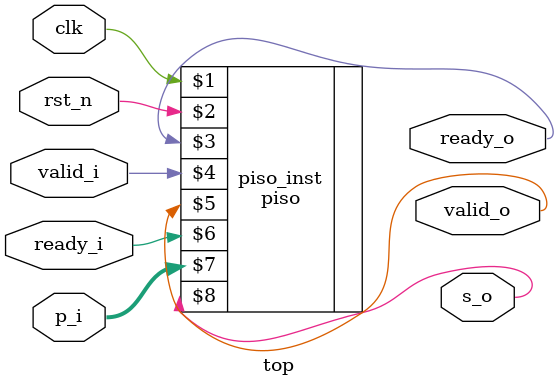
<source format=v>
module top (clk,rst_n,ready_o,valid_i,valid_o,ready_i,p_i,s_o);
    input clk,rst_n,valid_i,ready_i;
    input [7:0] p_i;
    output valid_o,s_o,ready_o;
    piso piso_inst(clk,rst_n,ready_o,valid_i,valid_o,ready_i,p_i,s_o);
endmodule
</source>
